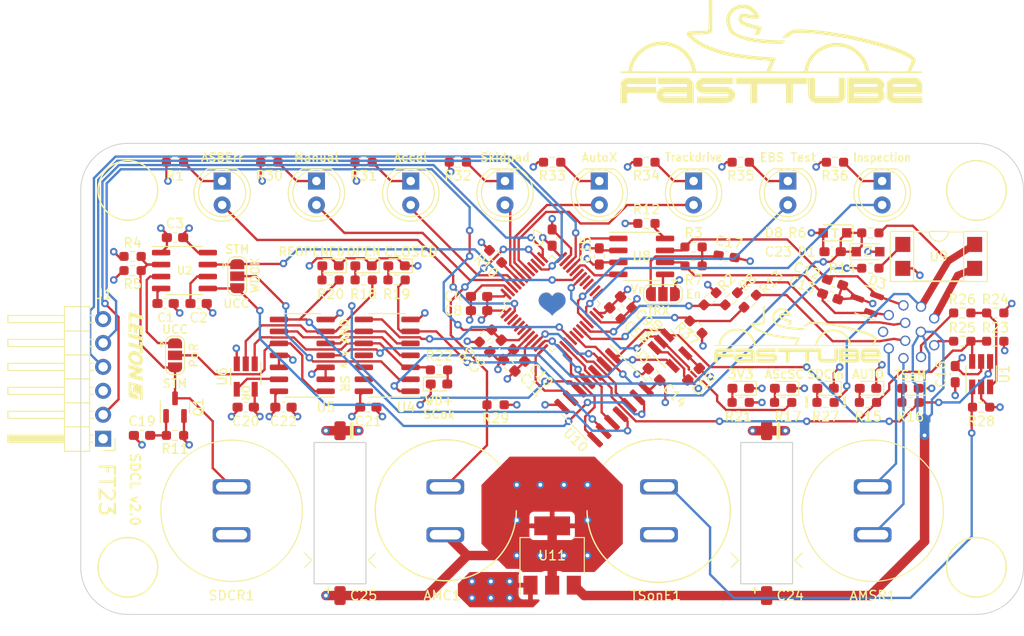
<source format=kicad_pcb>
(kicad_pcb (version 20211014) (generator pcbnew)

  (general
    (thickness 1.6)
  )

  (paper "A4")
  (layers
    (0 "F.Cu" signal)
    (1 "In1.Cu" power "3V3.Cu")
    (2 "In2.Cu" power "GND.Cu")
    (31 "B.Cu" signal)
    (33 "F.Adhes" user "F.Adhesive")
    (35 "F.Paste" user)
    (37 "F.SilkS" user "F.Silkscreen")
    (38 "B.Mask" user)
    (39 "F.Mask" user)
    (40 "Dwgs.User" user "User.Drawings")
    (41 "Cmts.User" user "User.Comments")
    (42 "Eco1.User" user "User.Eco1")
    (43 "Eco2.User" user "User.Eco2")
    (44 "Edge.Cuts" user)
    (45 "Margin" user)
    (46 "B.CrtYd" user "B.Courtyard")
    (47 "F.CrtYd" user "F.Courtyard")
    (49 "F.Fab" user)
  )

  (setup
    (stackup
      (layer "F.SilkS" (type "Top Silk Screen"))
      (layer "F.Paste" (type "Top Solder Paste"))
      (layer "F.Mask" (type "Top Solder Mask") (thickness 0.01))
      (layer "F.Cu" (type "copper") (thickness 0.035))
      (layer "dielectric 1" (type "core") (thickness 0.48) (material "FR4") (epsilon_r 4.5) (loss_tangent 0.02))
      (layer "In1.Cu" (type "copper") (thickness 0.035))
      (layer "dielectric 2" (type "prepreg") (thickness 0.48) (material "FR4") (epsilon_r 4.5) (loss_tangent 0.02))
      (layer "In2.Cu" (type "copper") (thickness 0.035))
      (layer "dielectric 3" (type "core") (thickness 0.48) (material "FR4") (epsilon_r 4.5) (loss_tangent 0.02))
      (layer "B.Cu" (type "copper") (thickness 0.035))
      (layer "B.Mask" (type "Bottom Solder Mask") (thickness 0.01))
      (copper_finish "None")
      (dielectric_constraints no)
    )
    (pad_to_mask_clearance 0)
    (pcbplotparams
      (layerselection 0x00010e0_ffffffff)
      (disableapertmacros false)
      (usegerberextensions false)
      (usegerberattributes true)
      (usegerberadvancedattributes true)
      (creategerberjobfile true)
      (svguseinch false)
      (svgprecision 6)
      (excludeedgelayer true)
      (plotframeref false)
      (viasonmask false)
      (mode 1)
      (useauxorigin false)
      (hpglpennumber 1)
      (hpglpenspeed 20)
      (hpglpendiameter 15.000000)
      (dxfpolygonmode true)
      (dxfimperialunits true)
      (dxfusepcbnewfont true)
      (psnegative false)
      (psa4output false)
      (plotreference true)
      (plotvalue true)
      (plotinvisibletext false)
      (sketchpadsonfab false)
      (subtractmaskfromsilk false)
      (outputformat 1)
      (mirror false)
      (drillshape 0)
      (scaleselection 1)
      (outputdirectory "export/")
    )
  )

  (net 0 "")
  (net 1 "GND")
  (net 2 "NRST")
  (net 3 "+12V")
  (net 4 "AMC")
  (net 5 "TRACESWO")
  (net 6 "SWDIO")
  (net 7 "SWCLK")
  (net 8 "Net-(R12-Pad1)")
  (net 9 "AMSRin")
  (net 10 "AMSRout")
  (net 11 "+3.3V")
  (net 12 "/CAN TRX/CAN_H")
  (net 13 "/CAN TRX/CAN_L")
  (net 14 "Net-(C19-Pad1)")
  (net 15 "/Connections/SDC_in_3V3")
  (net 16 "Net-(D2-Pad1)")
  (net 17 "Net-(D4-Pad2)")
  (net 18 "/Backup AMI/AMI0")
  (net 19 "Net-(D15-Pad1)")
  (net 20 "/Backup AMI/AMI1")
  (net 21 "Net-(D16-Pad1)")
  (net 22 "/Backup AMI/AMI2")
  (net 23 "Net-(D17-Pad1)")
  (net 24 "/Backup AMI/AMI3")
  (net 25 "Net-(D18-Pad1)")
  (net 26 "/Backup AMI/AMI4")
  (net 27 "Net-(D19-Pad1)")
  (net 28 "/Backup AMI/AMI5")
  (net 29 "Net-(D20-Pad1)")
  (net 30 "/Backup AMI/AMI6")
  (net 31 "Net-(J2-Pad1)")
  (net 32 "Net-(J2-Pad9)")
  (net 33 "Net-(R14-Pad2)")
  (net 34 "Net-(D5-Pad2)")
  (net 35 "Net-(D6-Pad2)")
  (net 36 "Net-(D7-Pad2)")
  (net 37 "Net-(D9-Pad2)")
  (net 38 "Net-(D10-Pad2)")
  (net 39 "Net-(D11-Pad2)")
  (net 40 "Net-(D12-Pad2)")
  (net 41 "Net-(D13-Pad2)")
  (net 42 "/Non-Programmable Logic/~{WDO}")
  (net 43 "/Non-Programmable Logic/RP")
  (net 44 "/Non-Programmable Logic/WP")
  (net 45 "/Controller/TS_activate_MUXed")
  (net 46 "/Non-Programmable Logic/close_while_allowed")
  (net 47 "/Non-Programmable Logic/~{reset_all}")
  (net 48 "/Non-Programmable Logic/closing_allowed")
  (net 49 "/Non-Programmable Logic/~{reopen}")
  (net 50 "/Non-Programmable Logic/WD_and_SDCin_ok")
  (net 51 "/Non-Programmable Logic/~{try_close}")
  (net 52 "Net-(J2-Pad11)")
  (net 53 "Net-(J2-Pad12)")
  (net 54 "Net-(JPPoR1-Pad1)")
  (net 55 "/Connections/SDC_out")
  (net 56 "/Connections/SDC_in")
  (net 57 "/Connections/TS_activate_dash")
  (net 58 "/Controller/Watchdog")
  (net 59 "WD_OK")
  (net 60 "/CAN TRX/CAN_TX")
  (net 61 "/CAN TRX/CAN_RX")
  (net 62 "Net-(D14-Pad1)")
  (net 63 "/Connections/ASMS")
  (net 64 "/Buttons/~{SDC_reset}")
  (net 65 "/Controller/AS_close_SDC")
  (net 66 "CLOSED")
  (net 67 "INITIAL_OPEN")
  (net 68 "REOPENED")
  (net 69 "/Buttons/TS_activate_ext")
  (net 70 "/Controller/SDC_is_ready")
  (net 71 "unconnected-(U7-Pad3)")
  (net 72 "unconnected-(U7-Pad4)")
  (net 73 "unconnected-(U7-Pad5)")
  (net 74 "Net-(U10-Pad2)")
  (net 75 "Net-(U10-Pad4)")
  (net 76 "Net-(U10-Pad6)")
  (net 77 "Net-(U10-Pad8)")
  (net 78 "Net-(U10-Pad10)")
  (net 79 "Net-(U10-Pad12)")
  (net 80 "unconnected-(U7-Pad18)")
  (net 81 "unconnected-(U7-Pad25)")
  (net 82 "unconnected-(U7-Pad26)")
  (net 83 "unconnected-(U7-Pad27)")
  (net 84 "unconnected-(U7-Pad28)")
  (net 85 "unconnected-(U7-Pad40)")
  (net 86 "/CAN TRX/Vref")
  (net 87 "Net-(JP1-Pad2)")
  (net 88 "unconnected-(U4-Pad11)")
  (net 89 "unconnected-(U4-Pad12)")
  (net 90 "unconnected-(U4-Pad13)")
  (net 91 "LV_SENSE_2")
  (net 92 "LV_SENSE_1")
  (net 93 "unconnected-(U7-Pad29)")
  (net 94 "unconnected-(U7-Pad6)")
  (net 95 "Net-(D2-Pad2)")
  (net 96 "Net-(R10-Pad1)")

  (footprint "Capacitor_SMD:C_0603_1608Metric_Pad1.08x0.95mm_HandSolder" (layer "F.Cu") (at 109 67))

  (footprint "Capacitor_SMD:C_0603_1608Metric_Pad1.08x0.95mm_HandSolder" (layer "F.Cu") (at 112.5 67))

  (footprint "Capacitor_SMD:C_0603_1608Metric_Pad1.08x0.95mm_HandSolder" (layer "F.Cu") (at 110 60 180))

  (footprint "Capacitor_SMD:C_0603_1608Metric_Pad1.08x0.95mm_HandSolder" (layer "F.Cu") (at 142.25 66.25 180))

  (footprint "Capacitor_SMD:C_0603_1608Metric_Pad1.08x0.95mm_HandSolder" (layer "F.Cu") (at 156.717515 68.06066 -45))

  (footprint "Capacitor_SMD:C_0603_1608Metric_Pad1.08x0.95mm_HandSolder" (layer "F.Cu") (at 144 71.5 -135))

  (footprint "Capacitor_SMD:C_0603_1608Metric_Pad1.08x0.95mm_HandSolder" (layer "F.Cu") (at 150 60 90))

  (footprint "Capacitor_SMD:C_0603_1608Metric_Pad1.08x0.95mm_HandSolder" (layer "F.Cu") (at 142.25 67.75 180))

  (footprint "Capacitor_SMD:C_0603_1608Metric_Pad1.08x0.95mm_HandSolder" (layer "F.Cu") (at 157.867538 66.897577 -45))

  (footprint "Capacitor_SMD:C_0603_1608Metric_Pad1.08x0.95mm_HandSolder" (layer "F.Cu") (at 146.5 72.5 135))

  (footprint "Capacitor_SMD:C_0603_1608Metric_Pad1.08x0.95mm_HandSolder" (layer "F.Cu") (at 145.43934 73.56066 135))

  (footprint "Capacitor_SMD:C_0603_1608Metric_Pad1.08x0.95mm_HandSolder" (layer "F.Cu") (at 180 64.75 -20))

  (footprint "Capacitor_SMD:C_0603_1608Metric_Pad1.08x0.95mm_HandSolder" (layer "F.Cu") (at 179.5 66.25 160))

  (footprint "Package_TO_SOT_SMD:SOT-23-5_HandSoldering" (layer "F.Cu") (at 162.5 72 -45))

  (footprint "Capacitor_SMD:C_0603_1608Metric_Pad1.08x0.95mm_HandSolder" (layer "F.Cu") (at 155 62 90))

  (footprint "Package_TO_SOT_SMD:SOT-23-5_HandSoldering" (layer "F.Cu") (at 117.5 74.75 -90))

  (footprint "Resistor_SMD:R_0603_1608Metric_Pad0.98x0.95mm_HandSolder" (layer "F.Cu") (at 105.5 62))

  (footprint "Resistor_SMD:R_0603_1608Metric_Pad0.98x0.95mm_HandSolder" (layer "F.Cu") (at 105.5 63.5 180))

  (footprint "Resistor_SMD:R_0603_1608Metric_Pad0.98x0.95mm_HandSolder" (layer "F.Cu") (at 183.75 59.5 180))

  (footprint "Resistor_SMD:R_0603_1608Metric_Pad0.98x0.95mm_HandSolder" (layer "F.Cu") (at 142.93934 70.43934 45))

  (footprint "Resistor_SMD:R_0603_1608Metric_Pad0.98x0.95mm_HandSolder" (layer "F.Cu") (at 144 62 135))

  (footprint "Resistor_SMD:R_0603_1608Metric_Pad0.98x0.95mm_HandSolder" (layer "F.Cu") (at 160 58.5 180))

  (footprint "Package_TO_SOT_SMD:SOT-23-6_Handsoldering" (layer "F.Cu") (at 195.5 74.5 90))

  (footprint "Package_SO:SOIC-8_3.9x4.9mm_P1.27mm" (layer "F.Cu") (at 111 63.5))

  (footprint "Package_SO:SOIC-14_3.9x8.7mm_P1.27mm" (layer "F.Cu") (at 132.5 72.5 180))

  (footprint "Package_SO:SOIC-14_3.9x8.7mm_P1.27mm" (layer "F.Cu") (at 123.5 72.503922 180))

  (footprint "Package_QFP:LQFP-48_7x7mm_P0.5mm" (layer "F.Cu") (at 150 67 45))

  (footprint "Package_SO:SOIC-8_3.9x4.9mm_P1.27mm" (layer "F.Cu") (at 159.5 62))

  (footprint "Resistor_SMD:R_0603_1608Metric_Pad0.98x0.95mm_HandSolder" (layer "F.Cu") (at 183.75 63.25))

  (footprint "Package_DIP:DIP-4_W7.62mm_SMDSocket_SmallPads" (layer "F.Cu") (at 191 62))

  (footprint "Capacitor_SMD:C_0603_1608Metric_Pad1.08x0.95mm_HandSolder" (layer "F.Cu") (at 192.75 74.5 90))

  (footprint "Capacitor_SMD:C_0603_1608Metric_Pad1.08x0.95mm_HandSolder" (layer "F.Cu") (at 165 74.5 45))

  (footprint "Capacitor_SMD:C_0603_1608Metric_Pad1.08x0.95mm_HandSolder" (layer "F.Cu") (at 117.5 78))

  (footprint "Capacitor_SMD:C_0603_1608Metric_Pad1.08x0.95mm_HandSolder" (layer "F.Cu") (at 130.5 78 180))

  (footprint "Capacitor_SMD:C_0603_1608Metric_Pad1.08x0.95mm_HandSolder" (layer "F.Cu") (at 121.5 78 180))

  (footprint "Diode_SMD:D_0603_1608Metric_Pad1.05x0.95mm_HandSolder" (layer "F.Cu") (at 183.5 76 180))

  (footprint "Diode_SMD:D_0603_1608Metric_Pad1.05x0.95mm_HandSolder" (layer "F.Cu") (at 188 76 180))

  (footprint "Diode_SMD:D_0603_1608Metric_Pad1.05x0.95mm_HandSolder" (layer "F.Cu") (at 174.5 76 180))

  (footprint "Diode_SMD:D_0603_1608Metric_Pad1.05x0.95mm_HandSolder" (layer "F.Cu") (at 130 63 180))

  (footprint "Diode_SMD:D_0603_1608Metric_Pad1.05x0.95mm_HandSolder" (layer "F.Cu") (at 133.5 63 180))

  (footprint "Diode_SMD:D_0603_1608Metric_Pad1.05x0.95mm_HandSolder" (layer "F.Cu") (at 126.5 63 180))

  (footprint "Diode_SMD:D_0603_1608Metric_Pad1.05x0.95mm_HandSolder" (layer "F.Cu") (at 170 76 180))

  (footprint "Resistor_SMD:R_0603_1608Metric_Pad0.98x0.95mm_HandSolder" (layer "F.Cu") (at 183.5 77.5 180))

  (footprint "Resistor_SMD:R_0603_1608Metric_Pad0.98x0.95mm_HandSolder" (layer "F.Cu") (at 188 77.5))

  (footprint "Diode_SMD:D_0603_1608Metric_Pad1.05x0.95mm_HandSolder" (layer "F.Cu") (at 138 75.545))

  (footprint "Resistor_SMD:R_0603_1608Metric_Pad0.98x0.95mm_HandSolder" (layer "F.Cu") (at 174.5 77.5 180))

  (footprint "Resistor_SMD:R_0603_1608Metric_Pad0.98x0.95mm_HandSolder" (layer "F.Cu") (at 130.016666 64.5 180))

  (footprint "Resistor_SMD:R_0603_1608Metric_Pad0.98x0.95mm_HandSolder" (layer "F.Cu") (at 133.5 64.5 180))

  (footprint "Resistor_SMD:R_0603_1608Metric_Pad0.98x0.95mm_HandSolder" (layer "F.Cu") (at 126.5 64.5 180))

  (footprint "Resistor_SMD:R_0603_1608Metric_Pad0.98x0.95mm_HandSolder" (layer "F.Cu") (at 170 77.5 180))

  (footprint "Resistor_SMD:R_0603_1608Metric_Pad0.98x0.95mm_HandSolder" (layer "F.Cu") (at 138 74.045 180))

  (footprint "Capacitor_SMD:C_0603_1608Metric_Pad1.08x0.95mm_HandSolder" (layer "F.Cu") (at 179.75 61.5))

  (footprint "Diode_SMD:D_SOD-323_HandSoldering" (layer "F.Cu") (at 180 59.5 180))

  (footprint "MountingHole:MountingHole_3.2mm_M3" (layer "F.Cu")
    (tedit 56D1B4CB) (tstamp 00000000-0000-0000-0000-000061bee488)
    (at 105 55 180)
    (descr "Mounting Hole 3.2mm, no annular, M3")
    (tags "mounting hole 3.2mm no annular m3")
    (property "Sheetfile" "connections.kicad_sch")
    (property "Sheetname" "Connections")
    (path "/00000000-0000-0000-0000-000061bba8ea/00000000-0000-0000-0000-000061bd2819")
    (attr exclude_from_pos_files)
    (fp_text reference "H1" (at 0 -4.2) (layer "F.SilkS") hide
      (effects (font (size 1 1) (thickness 0.15)))
      (tstamp 47fadd5d-e63f-4824-9b10-de5d2fb6df9a)
    )
    (fp_text value "MountingHole" (at 0 4.2) (layer "F.Fab")
      (effects (font (size 1 1) (thickness 0.15)))
      (tstamp 1c823e0b-a9cf-4241-96e0-8c775a87c35a)
    )
    
... [1275527 chars truncated]
</source>
